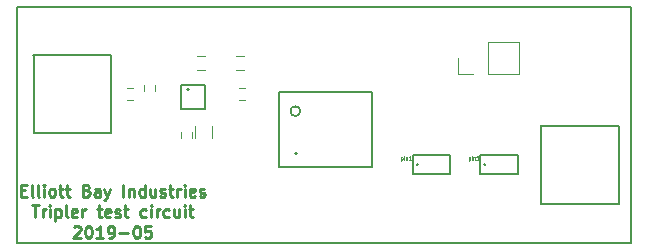
<source format=gto>
G04 #@! TF.GenerationSoftware,KiCad,Pcbnew,(5.0.1)-4*
G04 #@! TF.CreationDate,2019-05-20T12:51:24-07:00*
G04 #@! TF.ProjectId,Tripler_circuit,547269706C65725F636972637569742E,rev?*
G04 #@! TF.SameCoordinates,Original*
G04 #@! TF.FileFunction,Legend,Top*
G04 #@! TF.FilePolarity,Positive*
%FSLAX46Y46*%
G04 Gerber Fmt 4.6, Leading zero omitted, Abs format (unit mm)*
G04 Created by KiCad (PCBNEW (5.0.1)-4) date 5/20/2019 12:51:24 PM*
%MOMM*%
%LPD*%
G01*
G04 APERTURE LIST*
%ADD10C,0.250000*%
%ADD11C,0.200000*%
%ADD12C,0.150000*%
%ADD13C,0.120000*%
%ADD14C,0.050000*%
G04 APERTURE END LIST*
D10*
X100363095Y-97553571D02*
X100696428Y-97553571D01*
X100839285Y-98077380D02*
X100363095Y-98077380D01*
X100363095Y-97077380D01*
X100839285Y-97077380D01*
X101410714Y-98077380D02*
X101315476Y-98029761D01*
X101267857Y-97934523D01*
X101267857Y-97077380D01*
X101934523Y-98077380D02*
X101839285Y-98029761D01*
X101791666Y-97934523D01*
X101791666Y-97077380D01*
X102315476Y-98077380D02*
X102315476Y-97410714D01*
X102315476Y-97077380D02*
X102267857Y-97125000D01*
X102315476Y-97172619D01*
X102363095Y-97125000D01*
X102315476Y-97077380D01*
X102315476Y-97172619D01*
X102934523Y-98077380D02*
X102839285Y-98029761D01*
X102791666Y-97982142D01*
X102744047Y-97886904D01*
X102744047Y-97601190D01*
X102791666Y-97505952D01*
X102839285Y-97458333D01*
X102934523Y-97410714D01*
X103077380Y-97410714D01*
X103172619Y-97458333D01*
X103220238Y-97505952D01*
X103267857Y-97601190D01*
X103267857Y-97886904D01*
X103220238Y-97982142D01*
X103172619Y-98029761D01*
X103077380Y-98077380D01*
X102934523Y-98077380D01*
X103553571Y-97410714D02*
X103934523Y-97410714D01*
X103696428Y-97077380D02*
X103696428Y-97934523D01*
X103744047Y-98029761D01*
X103839285Y-98077380D01*
X103934523Y-98077380D01*
X104125000Y-97410714D02*
X104505952Y-97410714D01*
X104267857Y-97077380D02*
X104267857Y-97934523D01*
X104315476Y-98029761D01*
X104410714Y-98077380D01*
X104505952Y-98077380D01*
X105934523Y-97553571D02*
X106077380Y-97601190D01*
X106125000Y-97648809D01*
X106172619Y-97744047D01*
X106172619Y-97886904D01*
X106125000Y-97982142D01*
X106077380Y-98029761D01*
X105982142Y-98077380D01*
X105601190Y-98077380D01*
X105601190Y-97077380D01*
X105934523Y-97077380D01*
X106029761Y-97125000D01*
X106077380Y-97172619D01*
X106125000Y-97267857D01*
X106125000Y-97363095D01*
X106077380Y-97458333D01*
X106029761Y-97505952D01*
X105934523Y-97553571D01*
X105601190Y-97553571D01*
X107029761Y-98077380D02*
X107029761Y-97553571D01*
X106982142Y-97458333D01*
X106886904Y-97410714D01*
X106696428Y-97410714D01*
X106601190Y-97458333D01*
X107029761Y-98029761D02*
X106934523Y-98077380D01*
X106696428Y-98077380D01*
X106601190Y-98029761D01*
X106553571Y-97934523D01*
X106553571Y-97839285D01*
X106601190Y-97744047D01*
X106696428Y-97696428D01*
X106934523Y-97696428D01*
X107029761Y-97648809D01*
X107410714Y-97410714D02*
X107648809Y-98077380D01*
X107886904Y-97410714D02*
X107648809Y-98077380D01*
X107553571Y-98315476D01*
X107505952Y-98363095D01*
X107410714Y-98410714D01*
X109029761Y-98077380D02*
X109029761Y-97077380D01*
X109505952Y-97410714D02*
X109505952Y-98077380D01*
X109505952Y-97505952D02*
X109553571Y-97458333D01*
X109648809Y-97410714D01*
X109791666Y-97410714D01*
X109886904Y-97458333D01*
X109934523Y-97553571D01*
X109934523Y-98077380D01*
X110839285Y-98077380D02*
X110839285Y-97077380D01*
X110839285Y-98029761D02*
X110744047Y-98077380D01*
X110553571Y-98077380D01*
X110458333Y-98029761D01*
X110410714Y-97982142D01*
X110363095Y-97886904D01*
X110363095Y-97601190D01*
X110410714Y-97505952D01*
X110458333Y-97458333D01*
X110553571Y-97410714D01*
X110744047Y-97410714D01*
X110839285Y-97458333D01*
X111744047Y-97410714D02*
X111744047Y-98077380D01*
X111315476Y-97410714D02*
X111315476Y-97934523D01*
X111363095Y-98029761D01*
X111458333Y-98077380D01*
X111601190Y-98077380D01*
X111696428Y-98029761D01*
X111744047Y-97982142D01*
X112172619Y-98029761D02*
X112267857Y-98077380D01*
X112458333Y-98077380D01*
X112553571Y-98029761D01*
X112601190Y-97934523D01*
X112601190Y-97886904D01*
X112553571Y-97791666D01*
X112458333Y-97744047D01*
X112315476Y-97744047D01*
X112220238Y-97696428D01*
X112172619Y-97601190D01*
X112172619Y-97553571D01*
X112220238Y-97458333D01*
X112315476Y-97410714D01*
X112458333Y-97410714D01*
X112553571Y-97458333D01*
X112886904Y-97410714D02*
X113267857Y-97410714D01*
X113029761Y-97077380D02*
X113029761Y-97934523D01*
X113077380Y-98029761D01*
X113172619Y-98077380D01*
X113267857Y-98077380D01*
X113601190Y-98077380D02*
X113601190Y-97410714D01*
X113601190Y-97601190D02*
X113648809Y-97505952D01*
X113696428Y-97458333D01*
X113791666Y-97410714D01*
X113886904Y-97410714D01*
X114220238Y-98077380D02*
X114220238Y-97410714D01*
X114220238Y-97077380D02*
X114172619Y-97125000D01*
X114220238Y-97172619D01*
X114267857Y-97125000D01*
X114220238Y-97077380D01*
X114220238Y-97172619D01*
X115077380Y-98029761D02*
X114982142Y-98077380D01*
X114791666Y-98077380D01*
X114696428Y-98029761D01*
X114648809Y-97934523D01*
X114648809Y-97553571D01*
X114696428Y-97458333D01*
X114791666Y-97410714D01*
X114982142Y-97410714D01*
X115077380Y-97458333D01*
X115125000Y-97553571D01*
X115125000Y-97648809D01*
X114648809Y-97744047D01*
X115505952Y-98029761D02*
X115601190Y-98077380D01*
X115791666Y-98077380D01*
X115886904Y-98029761D01*
X115934523Y-97934523D01*
X115934523Y-97886904D01*
X115886904Y-97791666D01*
X115791666Y-97744047D01*
X115648809Y-97744047D01*
X115553571Y-97696428D01*
X115505952Y-97601190D01*
X115505952Y-97553571D01*
X115553571Y-97458333D01*
X115648809Y-97410714D01*
X115791666Y-97410714D01*
X115886904Y-97458333D01*
X101291666Y-98827380D02*
X101863095Y-98827380D01*
X101577380Y-99827380D02*
X101577380Y-98827380D01*
X102196428Y-99827380D02*
X102196428Y-99160714D01*
X102196428Y-99351190D02*
X102244047Y-99255952D01*
X102291666Y-99208333D01*
X102386904Y-99160714D01*
X102482142Y-99160714D01*
X102815476Y-99827380D02*
X102815476Y-99160714D01*
X102815476Y-98827380D02*
X102767857Y-98875000D01*
X102815476Y-98922619D01*
X102863095Y-98875000D01*
X102815476Y-98827380D01*
X102815476Y-98922619D01*
X103291666Y-99160714D02*
X103291666Y-100160714D01*
X103291666Y-99208333D02*
X103386904Y-99160714D01*
X103577380Y-99160714D01*
X103672619Y-99208333D01*
X103720238Y-99255952D01*
X103767857Y-99351190D01*
X103767857Y-99636904D01*
X103720238Y-99732142D01*
X103672619Y-99779761D01*
X103577380Y-99827380D01*
X103386904Y-99827380D01*
X103291666Y-99779761D01*
X104339285Y-99827380D02*
X104244047Y-99779761D01*
X104196428Y-99684523D01*
X104196428Y-98827380D01*
X105101190Y-99779761D02*
X105005952Y-99827380D01*
X104815476Y-99827380D01*
X104720238Y-99779761D01*
X104672619Y-99684523D01*
X104672619Y-99303571D01*
X104720238Y-99208333D01*
X104815476Y-99160714D01*
X105005952Y-99160714D01*
X105101190Y-99208333D01*
X105148809Y-99303571D01*
X105148809Y-99398809D01*
X104672619Y-99494047D01*
X105577380Y-99827380D02*
X105577380Y-99160714D01*
X105577380Y-99351190D02*
X105625000Y-99255952D01*
X105672619Y-99208333D01*
X105767857Y-99160714D01*
X105863095Y-99160714D01*
X106815476Y-99160714D02*
X107196428Y-99160714D01*
X106958333Y-98827380D02*
X106958333Y-99684523D01*
X107005952Y-99779761D01*
X107101190Y-99827380D01*
X107196428Y-99827380D01*
X107910714Y-99779761D02*
X107815476Y-99827380D01*
X107625000Y-99827380D01*
X107529761Y-99779761D01*
X107482142Y-99684523D01*
X107482142Y-99303571D01*
X107529761Y-99208333D01*
X107625000Y-99160714D01*
X107815476Y-99160714D01*
X107910714Y-99208333D01*
X107958333Y-99303571D01*
X107958333Y-99398809D01*
X107482142Y-99494047D01*
X108339285Y-99779761D02*
X108434523Y-99827380D01*
X108625000Y-99827380D01*
X108720238Y-99779761D01*
X108767857Y-99684523D01*
X108767857Y-99636904D01*
X108720238Y-99541666D01*
X108625000Y-99494047D01*
X108482142Y-99494047D01*
X108386904Y-99446428D01*
X108339285Y-99351190D01*
X108339285Y-99303571D01*
X108386904Y-99208333D01*
X108482142Y-99160714D01*
X108625000Y-99160714D01*
X108720238Y-99208333D01*
X109053571Y-99160714D02*
X109434523Y-99160714D01*
X109196428Y-98827380D02*
X109196428Y-99684523D01*
X109244047Y-99779761D01*
X109339285Y-99827380D01*
X109434523Y-99827380D01*
X110958333Y-99779761D02*
X110863095Y-99827380D01*
X110672619Y-99827380D01*
X110577380Y-99779761D01*
X110529761Y-99732142D01*
X110482142Y-99636904D01*
X110482142Y-99351190D01*
X110529761Y-99255952D01*
X110577380Y-99208333D01*
X110672619Y-99160714D01*
X110863095Y-99160714D01*
X110958333Y-99208333D01*
X111386904Y-99827380D02*
X111386904Y-99160714D01*
X111386904Y-98827380D02*
X111339285Y-98875000D01*
X111386904Y-98922619D01*
X111434523Y-98875000D01*
X111386904Y-98827380D01*
X111386904Y-98922619D01*
X111863095Y-99827380D02*
X111863095Y-99160714D01*
X111863095Y-99351190D02*
X111910714Y-99255952D01*
X111958333Y-99208333D01*
X112053571Y-99160714D01*
X112148809Y-99160714D01*
X112910714Y-99779761D02*
X112815476Y-99827380D01*
X112625000Y-99827380D01*
X112529761Y-99779761D01*
X112482142Y-99732142D01*
X112434523Y-99636904D01*
X112434523Y-99351190D01*
X112482142Y-99255952D01*
X112529761Y-99208333D01*
X112625000Y-99160714D01*
X112815476Y-99160714D01*
X112910714Y-99208333D01*
X113767857Y-99160714D02*
X113767857Y-99827380D01*
X113339285Y-99160714D02*
X113339285Y-99684523D01*
X113386904Y-99779761D01*
X113482142Y-99827380D01*
X113625000Y-99827380D01*
X113720238Y-99779761D01*
X113767857Y-99732142D01*
X114244047Y-99827380D02*
X114244047Y-99160714D01*
X114244047Y-98827380D02*
X114196428Y-98875000D01*
X114244047Y-98922619D01*
X114291666Y-98875000D01*
X114244047Y-98827380D01*
X114244047Y-98922619D01*
X114577380Y-99160714D02*
X114958333Y-99160714D01*
X114720238Y-98827380D02*
X114720238Y-99684523D01*
X114767857Y-99779761D01*
X114863095Y-99827380D01*
X114958333Y-99827380D01*
X104839285Y-100672619D02*
X104886904Y-100625000D01*
X104982142Y-100577380D01*
X105220238Y-100577380D01*
X105315476Y-100625000D01*
X105363095Y-100672619D01*
X105410714Y-100767857D01*
X105410714Y-100863095D01*
X105363095Y-101005952D01*
X104791666Y-101577380D01*
X105410714Y-101577380D01*
X106029761Y-100577380D02*
X106125000Y-100577380D01*
X106220238Y-100625000D01*
X106267857Y-100672619D01*
X106315476Y-100767857D01*
X106363095Y-100958333D01*
X106363095Y-101196428D01*
X106315476Y-101386904D01*
X106267857Y-101482142D01*
X106220238Y-101529761D01*
X106125000Y-101577380D01*
X106029761Y-101577380D01*
X105934523Y-101529761D01*
X105886904Y-101482142D01*
X105839285Y-101386904D01*
X105791666Y-101196428D01*
X105791666Y-100958333D01*
X105839285Y-100767857D01*
X105886904Y-100672619D01*
X105934523Y-100625000D01*
X106029761Y-100577380D01*
X107315476Y-101577380D02*
X106744047Y-101577380D01*
X107029761Y-101577380D02*
X107029761Y-100577380D01*
X106934523Y-100720238D01*
X106839285Y-100815476D01*
X106744047Y-100863095D01*
X107791666Y-101577380D02*
X107982142Y-101577380D01*
X108077380Y-101529761D01*
X108125000Y-101482142D01*
X108220238Y-101339285D01*
X108267857Y-101148809D01*
X108267857Y-100767857D01*
X108220238Y-100672619D01*
X108172619Y-100625000D01*
X108077380Y-100577380D01*
X107886904Y-100577380D01*
X107791666Y-100625000D01*
X107744047Y-100672619D01*
X107696428Y-100767857D01*
X107696428Y-101005952D01*
X107744047Y-101101190D01*
X107791666Y-101148809D01*
X107886904Y-101196428D01*
X108077380Y-101196428D01*
X108172619Y-101148809D01*
X108220238Y-101101190D01*
X108267857Y-101005952D01*
X108696428Y-101196428D02*
X109458333Y-101196428D01*
X110125000Y-100577380D02*
X110220238Y-100577380D01*
X110315476Y-100625000D01*
X110363095Y-100672619D01*
X110410714Y-100767857D01*
X110458333Y-100958333D01*
X110458333Y-101196428D01*
X110410714Y-101386904D01*
X110363095Y-101482142D01*
X110315476Y-101529761D01*
X110220238Y-101577380D01*
X110125000Y-101577380D01*
X110029761Y-101529761D01*
X109982142Y-101482142D01*
X109934523Y-101386904D01*
X109886904Y-101196428D01*
X109886904Y-100958333D01*
X109934523Y-100767857D01*
X109982142Y-100672619D01*
X110029761Y-100625000D01*
X110125000Y-100577380D01*
X111363095Y-100577380D02*
X110886904Y-100577380D01*
X110839285Y-101053571D01*
X110886904Y-101005952D01*
X110982142Y-100958333D01*
X111220238Y-100958333D01*
X111315476Y-101005952D01*
X111363095Y-101053571D01*
X111410714Y-101148809D01*
X111410714Y-101386904D01*
X111363095Y-101482142D01*
X111315476Y-101529761D01*
X111220238Y-101577380D01*
X110982142Y-101577380D01*
X110886904Y-101529761D01*
X110839285Y-101482142D01*
D11*
X152000000Y-82000000D02*
X100000000Y-82000000D01*
X152000000Y-102000000D02*
X152000000Y-82000000D01*
X100000000Y-102000000D02*
X152000000Y-102000000D01*
X100000000Y-82000000D02*
X100000000Y-102000000D01*
D12*
G04 #@! TO.C,U1*
X130075000Y-89215000D02*
X130075000Y-95565000D01*
X130075000Y-95565000D02*
X122205000Y-95565000D01*
X122205000Y-95565000D02*
X122205000Y-89215000D01*
X122205000Y-89215000D02*
X130075000Y-89215000D01*
X124018688Y-90850000D02*
G75*
G03X124018688Y-90850000I-418688J0D01*
G01*
X123736158Y-94460000D02*
G75*
G03X123736158Y-94460000I-76158J0D01*
G01*
G04 #@! TO.C,CON1*
X101440000Y-86070000D02*
X101440000Y-92720000D01*
X101440000Y-92720000D02*
X108020000Y-92720000D01*
X108020000Y-92720000D02*
X108020000Y-86080000D01*
X108020000Y-86080000D02*
X101420000Y-86080000D01*
G04 #@! TO.C,CON2*
X150990000Y-92070000D02*
X144390000Y-92070000D01*
X150990000Y-98710000D02*
X150990000Y-92070000D01*
X144410000Y-98710000D02*
X150990000Y-98710000D01*
X144410000Y-92060000D02*
X144410000Y-98710000D01*
G04 #@! TO.C,U3*
X133530000Y-94580000D02*
X133530000Y-96180000D01*
X133530000Y-96180000D02*
X136730000Y-96180000D01*
X136730000Y-96180000D02*
X136730000Y-94580000D01*
X136730000Y-94580000D02*
X133530000Y-94580000D01*
X133992111Y-95390000D02*
G75*
G03X133992111Y-95390000I-72111J0D01*
G01*
G04 #@! TO.C,U5*
X139712111Y-95380000D02*
G75*
G03X139712111Y-95380000I-72111J0D01*
G01*
X142450000Y-94570000D02*
X139250000Y-94570000D01*
X142450000Y-96170000D02*
X142450000Y-94570000D01*
X139250000Y-96170000D02*
X142450000Y-96170000D01*
X139250000Y-94570000D02*
X139250000Y-96170000D01*
D13*
G04 #@! TO.C,C1*
X109350000Y-89870000D02*
X109850000Y-89870000D01*
X109850000Y-88930000D02*
X109350000Y-88930000D01*
G04 #@! TO.C,C2*
X110805000Y-88650000D02*
X110805000Y-89150000D01*
X111745000Y-89150000D02*
X111745000Y-88650000D01*
G04 #@! TO.C,C3*
X114820000Y-93100000D02*
X114820000Y-92600000D01*
X113880000Y-92600000D02*
X113880000Y-93100000D01*
G04 #@! TO.C,C4*
X118850000Y-89870000D02*
X119350000Y-89870000D01*
X119350000Y-88930000D02*
X118850000Y-88930000D01*
G04 #@! TO.C,C5*
X115950000Y-87350000D02*
X115250000Y-87350000D01*
X115250000Y-86150000D02*
X115950000Y-86150000D01*
G04 #@! TO.C,C6*
X119275000Y-87350000D02*
X118575000Y-87350000D01*
X118575000Y-86150000D02*
X119275000Y-86150000D01*
G04 #@! TO.C,R3*
X115145000Y-93100000D02*
X115145000Y-92100000D01*
X116505000Y-92100000D02*
X116505000Y-93100000D01*
D12*
G04 #@! TO.C,U2*
X114624853Y-89010000D02*
G75*
G03X114624853Y-89010000I-84853J0D01*
G01*
X113950000Y-88650000D02*
X113950000Y-90650000D01*
X113950000Y-90650000D02*
X115950000Y-90650000D01*
X115950000Y-90650000D02*
X115950000Y-88650000D01*
X115950000Y-88650000D02*
X113950000Y-88650000D01*
D13*
G04 #@! TO.C,J1*
X142554000Y-87690000D02*
X142554000Y-85030000D01*
X139954000Y-87690000D02*
X142554000Y-87690000D01*
X139954000Y-85030000D02*
X142554000Y-85030000D01*
X139954000Y-87690000D02*
X139954000Y-85030000D01*
X138684000Y-87690000D02*
X137354000Y-87690000D01*
X137354000Y-87690000D02*
X137354000Y-86360000D01*
G04 #@! TD*
G04 #@! TO.C,U3*
D14*
X132545714Y-94755714D02*
X132545714Y-95055714D01*
X132545714Y-94770000D02*
X132574285Y-94755714D01*
X132631428Y-94755714D01*
X132660000Y-94770000D01*
X132674285Y-94784285D01*
X132688571Y-94812857D01*
X132688571Y-94898571D01*
X132674285Y-94927142D01*
X132660000Y-94941428D01*
X132631428Y-94955714D01*
X132574285Y-94955714D01*
X132545714Y-94941428D01*
X132817142Y-94955714D02*
X132817142Y-94755714D01*
X132817142Y-94655714D02*
X132802857Y-94670000D01*
X132817142Y-94684285D01*
X132831428Y-94670000D01*
X132817142Y-94655714D01*
X132817142Y-94684285D01*
X132960000Y-94755714D02*
X132960000Y-94955714D01*
X132960000Y-94784285D02*
X132974285Y-94770000D01*
X133002857Y-94755714D01*
X133045714Y-94755714D01*
X133074285Y-94770000D01*
X133088571Y-94798571D01*
X133088571Y-94955714D01*
X133388571Y-94955714D02*
X133217142Y-94955714D01*
X133302857Y-94955714D02*
X133302857Y-94655714D01*
X133274285Y-94698571D01*
X133245714Y-94727142D01*
X133217142Y-94741428D01*
G04 #@! TO.C,U5*
X138265714Y-94745714D02*
X138265714Y-95045714D01*
X138265714Y-94760000D02*
X138294285Y-94745714D01*
X138351428Y-94745714D01*
X138380000Y-94760000D01*
X138394285Y-94774285D01*
X138408571Y-94802857D01*
X138408571Y-94888571D01*
X138394285Y-94917142D01*
X138380000Y-94931428D01*
X138351428Y-94945714D01*
X138294285Y-94945714D01*
X138265714Y-94931428D01*
X138537142Y-94945714D02*
X138537142Y-94745714D01*
X138537142Y-94645714D02*
X138522857Y-94660000D01*
X138537142Y-94674285D01*
X138551428Y-94660000D01*
X138537142Y-94645714D01*
X138537142Y-94674285D01*
X138680000Y-94745714D02*
X138680000Y-94945714D01*
X138680000Y-94774285D02*
X138694285Y-94760000D01*
X138722857Y-94745714D01*
X138765714Y-94745714D01*
X138794285Y-94760000D01*
X138808571Y-94788571D01*
X138808571Y-94945714D01*
X139108571Y-94945714D02*
X138937142Y-94945714D01*
X139022857Y-94945714D02*
X139022857Y-94645714D01*
X138994285Y-94688571D01*
X138965714Y-94717142D01*
X138937142Y-94731428D01*
G04 #@! TD*
M02*

</source>
